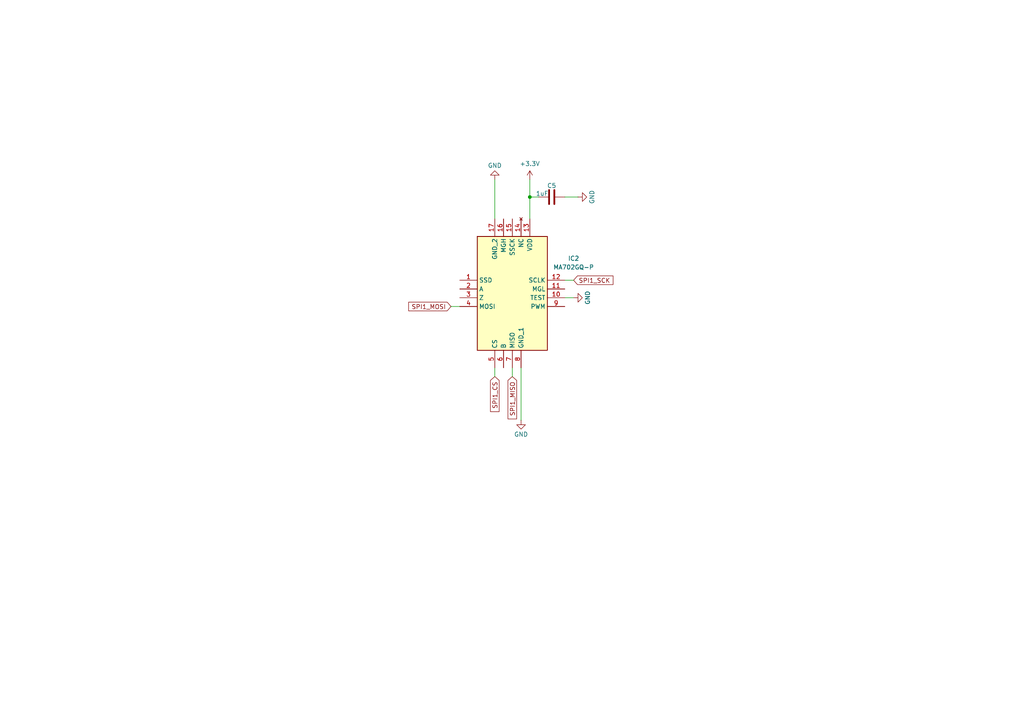
<source format=kicad_sch>
(kicad_sch (version 20250114) (generator "eeschema") (generator_version "9.0")
  (paper "A4")
  (lib_symbols
    (symbol "Device:C" (pin_numbers (hide yes)) (pin_names (offset 0.254))
      (property "Reference" "C" (at 0.635 2.54 0))
      (property "Value" "C" (at 0.635 -2.54 0))
      (symbol "C_0_1"
        (polyline (pts (xy -2.032 0.762) (xy 2.032 0.762)) (stroke (width 0.508)))
        (polyline (pts (xy -2.032 -0.762) (xy 2.032 -0.762)) (stroke (width 0.508)))
      )
      (symbol "C_1_1"
        (pin passive line (at 0 3.81 270) (length 2.794) (name "~") (number "1"))
        (pin passive line (at 0 -3.81 90) (length 2.794) (name "~") (number "2"))
      )
    )
    (symbol "SamacSys_Parts:MA702GQ-P"
      (property "Reference" "IC" (at 26.67 17.78 0))
      (property "Value" "MA702GQ-P" (at 26.67 15.24 0))
      (symbol "MA702GQ-P_1_1"
        (rectangle (start 5.08 12.7) (end 25.4 -20.32) (stroke (width 0.254)) (fill (type background)))
        (pin passive line (at 0 0 0) (length 5.08) (name "SSD") (number "1"))
        (pin passive line (at 0 -2.54 0) (length 5.08) (name "A") (number "2"))
        (pin passive line (at 0 -5.08 0) (length 5.08) (name "Z") (number "3"))
        (pin passive line (at 0 -7.62 0) (length 5.08) (name "MOSI") (number "4"))
        (pin passive line (at 10.16 17.78 270) (length 5.08) (name "GND_2") (number "17"))
        (pin passive line (at 10.16 -25.4 90) (length 5.08) (name "CS") (number "5"))
        (pin passive line (at 12.7 17.78 270) (length 5.08) (name "MGH") (number "16"))
        (pin passive line (at 12.7 -25.4 90) (length 5.08) (name "B") (number "6"))
        (pin passive line (at 15.24 17.78 270) (length 5.08) (name "SSCK") (number "15"))
        (pin passive line (at 15.24 -25.4 90) (length 5.08) (name "MISO") (number "7"))
        (pin no_connect line (at 17.78 17.78 270) (length 5.08) (name "NC") (number "14"))
        (pin passive line (at 17.78 -25.4 90) (length 5.08) (name "GND_1") (number "8"))
        (pin passive line (at 20.32 17.78 270) (length 5.08) (name "VDD") (number "13"))
        (pin passive line (at 30.48 0 180) (length 5.08) (name "SCLK") (number "12"))
        (pin passive line (at 30.48 -2.54 180) (length 5.08) (name "MGL") (number "11"))
        (pin passive line (at 30.48 -5.08 180) (length 5.08) (name "TEST") (number "10"))
        (pin passive line (at 30.48 -7.62 180) (length 5.08) (name "PWM") (number "9"))
      )
    )
    (symbol "power:+3.3V" (power) (pin_numbers (hide yes)) (pin_names (offset 0) (hide yes))
      (property "Value" "+3.3V" (at 0 3.556 0))
      (symbol "+3.3V_0_1"
        (polyline (pts (xy -0.762 1.27) (xy 0 2.54)))
        (polyline (pts (xy 0 2.54) (xy 0.762 1.27)))
        (polyline (pts (xy 0 0) (xy 0 2.54)))
      )
      (symbol "+3.3V_1_1"
        (pin power_in line (at 0 0 90) (length 0) (name "~") (number "1"))
      )
    )
    (symbol "power:GND" (power) (pin_numbers (hide yes)) (pin_names (offset 0) (hide yes))
      (property "Value" "GND" (at 0 -3.81 0))
      (symbol "GND_0_1"
        (polyline (pts (xy 0 0) (xy 0 -1.27) (xy 1.27 -1.27) (xy 0 -2.54) (xy -1.27 -1.27) (xy 0 -1.27)))
      )
      (symbol "GND_1_1"
        (pin power_in line (at 0 0 270) (length 0) (name "~") (number "1"))
      )
    )
  )
  (junction (at 153.67 57.15))
  (wire (pts (xy 143.51 52.07) (xy 143.51 63.5)))
  (wire (pts (xy 153.67 63.5) (xy 153.67 57.15)))
  (wire (pts (xy 166.37 86.36) (xy 163.83 86.36)))
  (wire (pts (xy 153.67 52.07) (xy 153.67 57.15)))
  (wire (pts (xy 143.51 109.22) (xy 143.51 106.68)))
  (wire (pts (xy 148.59 109.22) (xy 148.59 106.68)))
  (wire (pts (xy 151.13 106.68) (xy 151.13 121.92)))
  (wire (pts (xy 153.67 57.15) (xy 156.21 57.15)))
  (wire (pts (xy 166.37 81.28) (xy 163.83 81.28)))
  (wire (pts (xy 163.83 57.15) (xy 167.64 57.15)))
  (wire (pts (xy 130.81 88.9) (xy 133.35 88.9)))
  (global_label "SPI1_MOSI" (shape input) (at 130.81 88.9 180) (property "Intersheetrefs" "${INTERSHEET_REFS}" (effects (hide yes))))
  (global_label "SPI1_SCK" (shape input) (at 166.37 81.28 0) (property "Intersheetrefs" "${INTERSHEET_REFS}" (effects (hide yes))))
  (global_label "SPI1_CS" (shape input) (at 143.51 109.22 270) (property "Intersheetrefs" "${INTERSHEET_REFS}" (effects (hide yes))))
  (global_label "SPI1_MISO" (shape input) (at 148.59 109.22 270) (property "Intersheetrefs" "${INTERSHEET_REFS}" (effects (hide yes))))
  (symbol (lib_id "power:GND") (at 167.64 57.15 90) (unit 1)
    (property "Reference" "#PWR023" (effects (hide yes)))
    (property "Value" "GND" (at 171.704 57.15 0))
    (property "Description" "Power symbol creates a global label with name \"GND\" , ground" (effects (hide yes)))
  )
  (symbol (lib_id "power:GND") (at 151.13 121.92 0) (unit 1)
    (property "Reference" "#PWR032" (effects (hide yes)))
    (property "Value" "GND" (at 151.13 125.984 0))
    (property "Description" "Power symbol creates a global label with name \"GND\" , ground" (effects (hide yes)))
  )
  (symbol (lib_id "Device:C") (at 160.02 57.15 270) (unit 1)
    (property "Reference" "C5" (at 160.02 53.848 90))
    (property "Value" "1uF" (at 157.226 56.134 90))
    (property "Footprint" "Capacitor_SMD:C_0603_1608Metric" (effects (hide yes)))
    (property "Description" "Unpolarized capacitor" (effects (hide yes)))
  )
  (symbol (lib_id "power:GND") (at 143.51 52.07 180) (unit 1)
    (property "Reference" "#PWR036" (effects (hide yes)))
    (property "Value" "GND" (at 143.51 48.006 0))
    (property "Description" "Power symbol creates a global label with name \"GND\" , ground" (effects (hide yes)))
  )
  (symbol (lib_id "SamacSys_Parts:MA702GQ-P") (at 133.35 81.28 0) (unit 1)
    (property "Reference" "IC2" (at 166.37 74.9614 0))
    (property "Value" "MA702GQ-P" (at 166.37 77.5014 0))
    (property "Footprint" "SamacSys_Parts:QFN50P300X300X100-17N-D" (effects (hide yes)))
    (property "Datasheet" "https://www.monolithicpower.com/pub/media/document/m/a/ma702_r1.0.pdf" (effects (hide yes)))
    (property "Description" "Board Mount Hall Effect / Magnetic Sensors 12-bit, digital, contactless angle sensor with ABZ incremental & PWM outputs" (effects (hide yes)))
    (property "Height" "1" (effects (hide yes)))
    (property "Mouser Part Number" "946-MA702GQ-P" (effects (hide yes)))
    (property "Mouser Price/Stock" "https://www.mouser.co.uk/ProductDetail/Monolithic-Power-Systems-MPS/MA702GQ-P?qs=YCa%2FAAYMW00G2PoyJvHwYg%3D%3D" (effects (hide yes)))
    (property "Manufacturer_Name" "Monolithic Power Systems (MPS)" (effects (hide yes)))
    (property "Manufacturer_Part_Number" "MA702GQ-P" (effects (hide yes)))
  )
  (symbol (lib_id "power:+3.3V") (at 153.67 52.07 0) (unit 1)
    (property "Reference" "#PWR033" (effects (hide yes)))
    (property "Value" "+3.3V" (at 153.67 47.498 0))
    (property "Description" "Power symbol creates a global label with name \"+3.3V\"" (effects (hide yes)))
  )
  (symbol (lib_id "power:GND") (at 166.37 86.36 90) (unit 1)
    (property "Reference" "#PWR045" (effects (hide yes)))
    (property "Value" "GND" (at 170.434 86.36 0))
    (property "Description" "Power symbol creates a global label with name \"GND\" , ground" (effects (hide yes)))
  )
)
</source>
